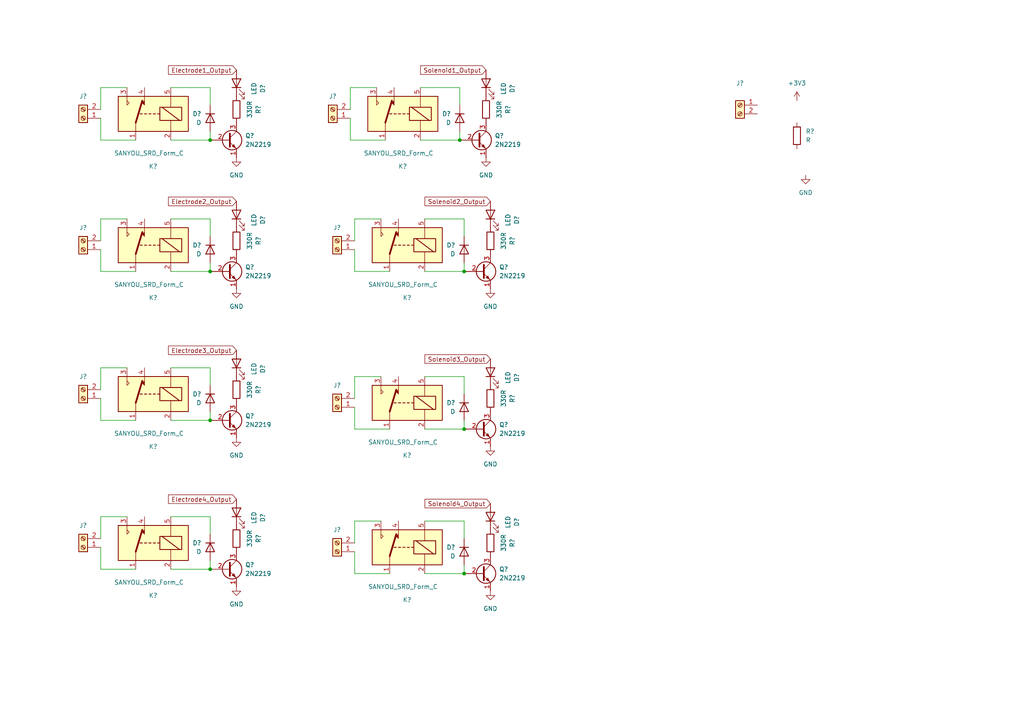
<source format=kicad_sch>
(kicad_sch (version 20211123) (generator eeschema)
  (paper "A4")
  (lib_symbols
    (symbol "Connector:Screw_Terminal_01x02" (pin_names (offset 1.016) hide)
      (property "Reference" "J" (at 0 2.54 0))
      (property "Value" "Screw_Terminal_01x02" (at 0 -5.08 0))
      (symbol "Screw_Terminal_01x02_1_1"
        (rectangle (start -1.27 1.27) (end 1.27 -3.81) (stroke (width 0.254)) (fill (type background)))
        (circle (center 0 -2.54) (radius 0.635) (stroke (width 0.1524)))
        (polyline (pts (xy -0.5334 -2.2098) (xy 0.3302 -3.048)) (stroke (width 0.1524)))
        (polyline (pts (xy -0.5334 0.3302) (xy 0.3302 -0.508)) (stroke (width 0.1524)))
        (polyline (pts (xy -0.3556 -2.032) (xy 0.508 -2.8702)) (stroke (width 0.1524)))
        (polyline (pts (xy -0.3556 0.508) (xy 0.508 -0.3302)) (stroke (width 0.1524)))
        (circle (center 0 0) (radius 0.635) (stroke (width 0.1524)))
        (pin passive line (at -5.08 0 0) (length 3.81) (name "Pin_1") (number "1"))
        (pin passive line (at -5.08 -2.54 0) (length 3.81) (name "Pin_2") (number "2"))
      )
    )
    (symbol "Device:D" (pin_numbers hide) (pin_names (offset 1.016) hide)
      (property "Reference" "D" (at 0 2.54 0))
      (property "Value" "D" (at 0 -2.54 0))
      (symbol "D_0_1"
        (polyline (pts (xy -1.27 1.27) (xy -1.27 -1.27)) (stroke (width 0.254)))
        (polyline (pts (xy 1.27 0) (xy -1.27 0)))
        (polyline (pts (xy 1.27 1.27) (xy 1.27 -1.27) (xy -1.27 0) (xy 1.27 1.27)) (stroke (width 0.254)))
      )
      (symbol "D_1_1"
        (pin passive line (at -3.81 0 0) (length 2.54) (name "K") (number "1"))
        (pin passive line (at 3.81 0 180) (length 2.54) (name "A") (number "2"))
      )
    )
    (symbol "Device:LED" (pin_numbers hide) (pin_names (offset 1.016) hide)
      (property "Reference" "D" (at 0 2.54 0))
      (property "Value" "LED" (at 0 -2.54 0))
      (symbol "LED_0_1"
        (polyline (pts (xy -1.27 -1.27) (xy -1.27 1.27)) (stroke (width 0.254)))
        (polyline (pts (xy -1.27 0) (xy 1.27 0)))
        (polyline (pts (xy 1.27 -1.27) (xy 1.27 1.27) (xy -1.27 0) (xy 1.27 -1.27)) (stroke (width 0.254)))
        (polyline (pts (xy -3.048 -0.762) (xy -4.572 -2.286) (xy -3.81 -2.286) (xy -4.572 -2.286) (xy -4.572 -1.524)))
        (polyline (pts (xy -1.778 -0.762) (xy -3.302 -2.286) (xy -2.54 -2.286) (xy -3.302 -2.286) (xy -3.302 -1.524)))
      )
      (symbol "LED_1_1"
        (pin passive line (at -3.81 0 0) (length 2.54) (name "K") (number "1"))
        (pin passive line (at 3.81 0 180) (length 2.54) (name "A") (number "2"))
      )
    )
    (symbol "Device:R" (pin_numbers hide) (pin_names (offset 0))
      (property "Reference" "R" (at 2.032 0 90))
      (property "Value" "R" (at 0 0 90))
      (symbol "R_0_1"
        (rectangle (start -1.016 -2.54) (end 1.016 2.54) (stroke (width 0.254)))
      )
      (symbol "R_1_1"
        (pin passive line (at 0 3.81 270) (length 1.27) (name "~") (number "1"))
        (pin passive line (at 0 -3.81 90) (length 1.27) (name "~") (number "2"))
      )
    )
    (symbol "Relay:SANYOU_SRD_Form_C"
      (property "Reference" "K" (at 11.43 3.81 0))
      (property "Value" "SANYOU_SRD_Form_C" (at 11.43 1.27 0))
      (symbol "SANYOU_SRD_Form_C_0_0"
        (polyline (pts (xy 7.62 5.08) (xy 7.62 2.54) (xy 6.985 3.175) (xy 7.62 3.81)))
      )
      (symbol "SANYOU_SRD_Form_C_0_1"
        (rectangle (start -10.16 5.08) (end 10.16 -5.08) (stroke (width 0.254)) (fill (type background)))
        (rectangle (start -8.255 1.905) (end -1.905 -1.905) (stroke (width 0.254)))
        (polyline (pts (xy -7.62 -1.905) (xy -2.54 1.905)) (stroke (width 0.254)))
        (polyline (pts (xy -5.08 -5.08) (xy -5.08 -1.905)))
        (polyline (pts (xy -5.08 5.08) (xy -5.08 1.905)))
        (polyline (pts (xy -1.905 0) (xy -1.27 0)) (stroke (width 0.254)))
        (polyline (pts (xy -0.635 0) (xy 0 0)) (stroke (width 0.254)))
        (polyline (pts (xy 0.635 0) (xy 1.27 0)) (stroke (width 0.254)))
        (polyline (pts (xy 1.905 0) (xy 2.54 0)) (stroke (width 0.254)))
        (polyline (pts (xy 3.175 0) (xy 3.81 0)) (stroke (width 0.254)))
        (polyline (pts (xy 5.08 -2.54) (xy 3.175 3.81)) (stroke (width 0.508)))
        (polyline (pts (xy 5.08 -2.54) (xy 5.08 -5.08)))
      )
      (symbol "SANYOU_SRD_Form_C_1_1"
        (polyline (pts (xy 2.54 3.81) (xy 3.175 3.175) (xy 2.54 2.54) (xy 2.54 5.08)) (fill (type outline)))
        (pin passive line (at 5.08 -7.62 90) (length 2.54) (name "~") (number "1"))
        (pin passive line (at -5.08 -7.62 90) (length 2.54) (name "~") (number "2"))
        (pin passive line (at 7.62 7.62 270) (length 2.54) (name "~") (number "3"))
        (pin passive line (at 2.54 7.62 270) (length 2.54) (name "~") (number "4"))
        (pin passive line (at -5.08 7.62 270) (length 2.54) (name "~") (number "5"))
      )
    )
    (symbol "Transistor_BJT:2N2219" (pin_names (offset 0) hide)
      (property "Reference" "Q" (at 5.08 1.905 0))
      (property "Value" "2N2219" (at 5.08 0 0))
      (symbol "2N2219_0_1"
        (polyline (pts (xy 0.635 0.635) (xy 2.54 2.54)))
        (polyline (pts (xy 0.635 -0.635) (xy 2.54 -2.54) (xy 2.54 -2.54)))
        (polyline (pts (xy 0.635 1.905) (xy 0.635 -1.905) (xy 0.635 -1.905)) (stroke (width 0.508)))
        (polyline (pts (xy 1.27 -1.778) (xy 1.778 -1.27) (xy 2.286 -2.286) (xy 1.27 -1.778) (xy 1.27 -1.778)) (fill (type outline)))
        (circle (center 1.27 0) (radius 2.8194) (stroke (width 0.254)))
      )
      (symbol "2N2219_1_1"
        (pin passive line (at 2.54 -5.08 90) (length 2.54) (name "E") (number "1"))
        (pin passive line (at -5.08 0 0) (length 5.715) (name "B") (number "2"))
        (pin passive line (at 2.54 5.08 270) (length 2.54) (name "C") (number "3"))
      )
    )
    (symbol "power:+3.3V" (power) (pin_names (offset 0))
      (property "Value" "+3.3V" (at 0 3.556 0))
      (symbol "+3.3V_0_1"
        (polyline (pts (xy -0.762 1.27) (xy 0 2.54)))
        (polyline (pts (xy 0 0) (xy 0 2.54)))
        (polyline (pts (xy 0 2.54) (xy 0.762 1.27)))
      )
      (symbol "+3.3V_1_1"
        (pin power_in line (at 0 0 90) (length 0) hide (name "+3V3") (number "1"))
      )
    )
    (symbol "power:GND" (power) (pin_names (offset 0))
      (property "Value" "GND" (at 0 -3.81 0))
      (symbol "GND_0_1"
        (polyline (pts (xy 0 0) (xy 0 -1.27) (xy 1.27 -1.27) (xy 0 -2.54) (xy -1.27 -1.27) (xy 0 -1.27)))
      )
      (symbol "GND_1_1"
        (pin power_in line (at 0 0 270) (length 0) hide (name "GND") (number "1"))
      )
    )
  )
  (junction (at 134.62 124.46))
  (junction (at 60.96 165.1))
  (junction (at 133.35 40.64))
  (junction (at 134.62 78.74))
  (junction (at 60.96 78.74))
  (junction (at 60.96 40.64))
  (junction (at 134.62 166.37))
  (junction (at 60.96 121.92))
  (wire (pts (xy 102.87 166.37) (xy 102.87 160.02)))
  (wire (pts (xy 102.87 78.74) (xy 102.87 72.39)))
  (wire (pts (xy 133.35 40.64) (xy 133.35 38.1)))
  (wire (pts (xy 102.87 115.57) (xy 102.87 109.22)))
  (wire (pts (xy 102.87 151.13) (xy 110.49 151.13)))
  (wire (pts (xy 60.96 165.1) (xy 60.96 162.56)))
  (wire (pts (xy 49.53 63.5) (xy 60.96 63.5)))
  (wire (pts (xy 29.21 165.1) (xy 29.21 158.75)))
  (wire (pts (xy 123.19 166.37) (xy 134.62 166.37)))
  (wire (pts (xy 49.53 40.64) (xy 60.96 40.64)))
  (wire (pts (xy 49.53 78.74) (xy 60.96 78.74)))
  (wire (pts (xy 60.96 78.74) (xy 60.96 76.2)))
  (wire (pts (xy 49.53 149.86) (xy 60.96 149.86)))
  (wire (pts (xy 134.62 78.74) (xy 134.62 76.2)))
  (wire (pts (xy 101.6 31.75) (xy 101.6 25.4)))
  (wire (pts (xy 39.37 165.1) (xy 29.21 165.1)))
  (wire (pts (xy 113.03 124.46) (xy 102.87 124.46)))
  (wire (pts (xy 60.96 63.5) (xy 60.96 68.58)))
  (wire (pts (xy 39.37 78.74) (xy 29.21 78.74)))
  (wire (pts (xy 123.19 63.5) (xy 134.62 63.5)))
  (wire (pts (xy 29.21 106.68) (xy 36.83 106.68)))
  (wire (pts (xy 134.62 151.13) (xy 134.62 156.21)))
  (wire (pts (xy 29.21 25.4) (xy 36.83 25.4)))
  (wire (pts (xy 111.76 40.64) (xy 101.6 40.64)))
  (wire (pts (xy 123.19 78.74) (xy 134.62 78.74)))
  (wire (pts (xy 102.87 69.85) (xy 102.87 63.5)))
  (wire (pts (xy 29.21 113.03) (xy 29.21 106.68)))
  (wire (pts (xy 49.53 165.1) (xy 60.96 165.1)))
  (wire (pts (xy 49.53 25.4) (xy 60.96 25.4)))
  (wire (pts (xy 29.21 69.85) (xy 29.21 63.5)))
  (wire (pts (xy 39.37 40.64) (xy 29.21 40.64)))
  (wire (pts (xy 60.96 121.92) (xy 60.96 119.38)))
  (wire (pts (xy 29.21 78.74) (xy 29.21 72.39)))
  (wire (pts (xy 60.96 40.64) (xy 60.96 38.1)))
  (wire (pts (xy 123.19 109.22) (xy 134.62 109.22)))
  (wire (pts (xy 101.6 25.4) (xy 109.22 25.4)))
  (wire (pts (xy 113.03 78.74) (xy 102.87 78.74)))
  (wire (pts (xy 102.87 157.48) (xy 102.87 151.13)))
  (wire (pts (xy 39.37 121.92) (xy 29.21 121.92)))
  (wire (pts (xy 121.92 40.64) (xy 133.35 40.64)))
  (wire (pts (xy 29.21 40.64) (xy 29.21 34.29)))
  (wire (pts (xy 102.87 63.5) (xy 110.49 63.5)))
  (wire (pts (xy 60.96 25.4) (xy 60.96 30.48)))
  (wire (pts (xy 29.21 149.86) (xy 36.83 149.86)))
  (wire (pts (xy 121.92 25.4) (xy 133.35 25.4)))
  (wire (pts (xy 102.87 124.46) (xy 102.87 118.11)))
  (wire (pts (xy 49.53 106.68) (xy 60.96 106.68)))
  (wire (pts (xy 29.21 31.75) (xy 29.21 25.4)))
  (wire (pts (xy 101.6 40.64) (xy 101.6 34.29)))
  (wire (pts (xy 29.21 156.21) (xy 29.21 149.86)))
  (wire (pts (xy 134.62 124.46) (xy 134.62 121.92)))
  (wire (pts (xy 134.62 63.5) (xy 134.62 68.58)))
  (wire (pts (xy 102.87 109.22) (xy 110.49 109.22)))
  (wire (pts (xy 60.96 149.86) (xy 60.96 154.94)))
  (wire (pts (xy 49.53 121.92) (xy 60.96 121.92)))
  (wire (pts (xy 134.62 166.37) (xy 134.62 163.83)))
  (wire (pts (xy 123.19 124.46) (xy 134.62 124.46)))
  (wire (pts (xy 134.62 109.22) (xy 134.62 114.3)))
  (wire (pts (xy 113.03 166.37) (xy 102.87 166.37)))
  (wire (pts (xy 133.35 25.4) (xy 133.35 30.48)))
  (wire (pts (xy 29.21 121.92) (xy 29.21 115.57)))
  (wire (pts (xy 60.96 106.68) (xy 60.96 111.76)))
  (wire (pts (xy 29.21 63.5) (xy 36.83 63.5)))
  (wire (pts (xy 123.19 151.13) (xy 134.62 151.13)))
  (global_label "Solenoid4_Output" (shape input) (at 142.24 146.05 180) (property "Intersheet References" "${INTERSHEET_REFS}" (effects hide)))
  (global_label "Solenoid1_Output" (shape input) (at 140.97 20.32 180) (property "Intersheet References" "${INTERSHEET_REFS}" (effects hide)))
  (global_label "Electrode2_Output" (shape input) (at 68.58 58.42 180) (property "Intersheet References" "${INTERSHEET_REFS}" (effects hide)))
  (global_label "Solenoid2_Output" (shape input) (at 142.24 58.42 180) (property "Intersheet References" "${INTERSHEET_REFS}" (effects hide)))
  (global_label "Electrode4_Output" (shape input) (at 68.58 144.78 180) (property "Intersheet References" "${INTERSHEET_REFS}" (effects hide)))
  (global_label "Electrode3_Output" (shape input) (at 68.58 101.6 180) (property "Intersheet References" "${INTERSHEET_REFS}" (effects hide)))
  (global_label "Electrode1_Output" (shape input) (at 68.58 20.32 180) (property "Intersheet References" "${INTERSHEET_REFS}" (effects hide)))
  (global_label "Solenoid3_Output" (shape input) (at 142.24 104.14 180) (property "Intersheet References" "${INTERSHEET_REFS}" (effects hide)))
  (symbol (lib_id "Relay:SANYOU_SRD_Form_C") (at 44.45 157.48 0) (mirror y) (unit 1)
    (property "Reference" "K?" (at 45.72 172.72 0) (effects (justify left)))
    (property "Value" "SANYOU_SRD_Form_C" (at 53.34 168.91 0) (effects (justify left)))
    (property "Footprint" "Relay_THT:Relay_SPDT_SANYOU_SRD_Series_Form_C" (effects hide))
    (property "Datasheet" "http://www.sanyourelay.ca/public/products/pdf/SRD.pdf" (effects hide))
  )
  (symbol (lib_id "Transistor_BJT:2N2219") (at 66.04 78.74 0) (unit 1)
    (property "Reference" "Q?" (at 71.12 77.4699 0) (effects (justify left)))
    (property "Value" "2N2219" (at 71.12 80.0099 0) (effects (justify left)))
    (property "Footprint" "Package_TO_SOT_THT:TO-39-3" (effects hide))
    (property "Datasheet" "http://www.onsemi.com/pub_link/Collateral/2N2219-D.PDF" (effects hide))
  )
  (symbol (lib_id "Device:D") (at 133.35 34.29 90) (mirror x) (unit 1)
    (property "Reference" "D?" (at 130.81 33.0199 90) (effects (justify left)))
    (property "Value" "D" (at 130.81 35.5599 90) (effects (justify left)))
  )
  (symbol (lib_id "Device:R") (at 142.24 115.57 0) (unit 1)
    (property "Reference" "R?" (at 148.59 115.57 90))
    (property "Value" "330R" (at 146.05 115.57 90))
  )
  (symbol (lib_id "Transistor_BJT:2N2219") (at 139.7 78.74 0) (unit 1)
    (property "Reference" "Q?" (at 144.78 77.4699 0) (effects (justify left)))
    (property "Value" "2N2219" (at 144.78 80.0099 0) (effects (justify left)))
    (property "Footprint" "Package_TO_SOT_THT:TO-39-3" (effects hide))
    (property "Datasheet" "http://www.onsemi.com/pub_link/Collateral/2N2219-D.PDF" (effects hide))
  )
  (symbol (lib_id "power:+3.3V") (at 231.14 29.21 0) (unit 1)
    (property "Reference" "#PWR?" (effects hide))
    (property "Value" "+3.3V" (at 231.14 24.13 0))
  )
  (symbol (lib_id "Device:R") (at 68.58 31.75 0) (unit 1)
    (property "Reference" "R?" (at 74.93 31.75 90))
    (property "Value" "330R" (at 72.39 31.75 90))
  )
  (symbol (lib_id "Connector:Screw_Terminal_01x02") (at 97.79 72.39 180) (unit 1)
    (property "Reference" "J?" (at 97.79 66.04 0))
    (property "Value" "Screw_Terminal_01x02" (effects hide))
  )
  (symbol (lib_id "Connector:Screw_Terminal_01x02") (at 214.63 30.48 0) (mirror y) (unit 1)
    (property "Reference" "J?" (at 214.63 24.13 0))
    (property "Value" "Screw_Terminal_01x02" (effects hide))
  )
  (symbol (lib_id "Device:LED") (at 142.24 107.95 90) (unit 1)
    (property "Reference" "D?" (at 149.86 109.5375 0))
    (property "Value" "LED" (at 147.32 109.5375 0))
  )
  (symbol (lib_id "Device:D") (at 60.96 34.29 90) (mirror x) (unit 1)
    (property "Reference" "D?" (at 58.42 33.0199 90) (effects (justify left)))
    (property "Value" "D" (at 58.42 35.5599 90) (effects (justify left)))
  )
  (symbol (lib_id "Device:LED") (at 142.24 62.23 90) (unit 1)
    (property "Reference" "D?" (at 149.86 63.8175 0))
    (property "Value" "LED" (at 147.32 63.8175 0))
  )
  (symbol (lib_id "Connector:Screw_Terminal_01x02") (at 24.13 158.75 180) (unit 1)
    (property "Reference" "J?" (at 24.13 152.4 0))
    (property "Value" "Screw_Terminal_01x02" (effects hide))
  )
  (symbol (lib_id "power:GND") (at 142.24 83.82 0) (unit 1)
    (property "Reference" "#PWR?" (effects hide))
    (property "Value" "GND" (at 142.24 88.9 0))
  )
  (symbol (lib_id "Relay:SANYOU_SRD_Form_C") (at 118.11 71.12 0) (mirror y) (unit 1)
    (property "Reference" "K?" (at 119.38 86.36 0) (effects (justify left)))
    (property "Value" "SANYOU_SRD_Form_C" (at 127 82.55 0) (effects (justify left)))
    (property "Footprint" "Relay_THT:Relay_SPDT_SANYOU_SRD_Series_Form_C" (effects hide))
    (property "Datasheet" "http://www.sanyourelay.ca/public/products/pdf/SRD.pdf" (effects hide))
  )
  (symbol (lib_id "power:GND") (at 68.58 127 0) (unit 1)
    (property "Reference" "#PWR?" (effects hide))
    (property "Value" "GND" (at 68.58 132.08 0))
  )
  (symbol (lib_id "power:GND") (at 233.68 50.8 0) (unit 1)
    (property "Reference" "#PWR?" (effects hide))
    (property "Value" "GND" (at 233.68 55.88 0))
  )
  (symbol (lib_id "Device:D") (at 134.62 72.39 90) (mirror x) (unit 1)
    (property "Reference" "D?" (at 132.08 71.1199 90) (effects (justify left)))
    (property "Value" "D" (at 132.08 73.6599 90) (effects (justify left)))
  )
  (symbol (lib_id "Device:R") (at 68.58 113.03 0) (unit 1)
    (property "Reference" "R?" (at 74.93 113.03 90))
    (property "Value" "330R" (at 72.39 113.03 90))
  )
  (symbol (lib_id "Device:D") (at 134.62 160.02 90) (mirror x) (unit 1)
    (property "Reference" "D?" (at 132.08 158.7499 90) (effects (justify left)))
    (property "Value" "D" (at 132.08 161.2899 90) (effects (justify left)))
  )
  (symbol (lib_id "Device:R") (at 140.97 31.75 0) (unit 1)
    (property "Reference" "R?" (at 147.32 31.75 90))
    (property "Value" "330R" (at 144.78 31.75 90))
  )
  (symbol (lib_id "Device:R") (at 142.24 69.85 0) (unit 1)
    (property "Reference" "R?" (at 148.59 69.85 90))
    (property "Value" "330R" (at 146.05 69.85 90))
  )
  (symbol (lib_id "Device:LED") (at 68.58 62.23 90) (unit 1)
    (property "Reference" "D?" (at 76.2 63.8175 0))
    (property "Value" "LED" (at 73.66 63.8175 0))
  )
  (symbol (lib_id "Device:LED") (at 142.24 149.86 90) (unit 1)
    (property "Reference" "D?" (at 149.86 151.4475 0))
    (property "Value" "LED" (at 147.32 151.4475 0))
  )
  (symbol (lib_id "Connector:Screw_Terminal_01x02") (at 24.13 72.39 180) (unit 1)
    (property "Reference" "J?" (at 24.13 66.04 0))
    (property "Value" "Screw_Terminal_01x02" (effects hide))
  )
  (symbol (lib_id "power:GND") (at 68.58 83.82 0) (unit 1)
    (property "Reference" "#PWR?" (effects hide))
    (property "Value" "GND" (at 68.58 88.9 0))
  )
  (symbol (lib_id "Relay:SANYOU_SRD_Form_C") (at 44.45 114.3 0) (mirror y) (unit 1)
    (property "Reference" "K?" (at 45.72 129.54 0) (effects (justify left)))
    (property "Value" "SANYOU_SRD_Form_C" (at 53.34 125.73 0) (effects (justify left)))
    (property "Footprint" "Relay_THT:Relay_SPDT_SANYOU_SRD_Series_Form_C" (effects hide))
    (property "Datasheet" "http://www.sanyourelay.ca/public/products/pdf/SRD.pdf" (effects hide))
  )
  (symbol (lib_id "Device:D") (at 60.96 158.75 90) (mirror x) (unit 1)
    (property "Reference" "D?" (at 58.42 157.4799 90) (effects (justify left)))
    (property "Value" "D" (at 58.42 160.0199 90) (effects (justify left)))
  )
  (symbol (lib_id "power:GND") (at 68.58 170.18 0) (unit 1)
    (property "Reference" "#PWR?" (effects hide))
    (property "Value" "GND" (at 68.58 175.26 0))
  )
  (symbol (lib_id "Relay:SANYOU_SRD_Form_C") (at 44.45 71.12 0) (mirror y) (unit 1)
    (property "Reference" "K?" (at 45.72 86.36 0) (effects (justify left)))
    (property "Value" "SANYOU_SRD_Form_C" (at 53.34 82.55 0) (effects (justify left)))
    (property "Footprint" "Relay_THT:Relay_SPDT_SANYOU_SRD_Series_Form_C" (effects hide))
    (property "Datasheet" "http://www.sanyourelay.ca/public/products/pdf/SRD.pdf" (effects hide))
  )
  (symbol (lib_id "Device:R") (at 231.14 39.37 0) (unit 1)
    (property "Reference" "R?" (at 233.68 38.0999 0) (effects (justify left)))
    (property "Value" "R" (at 233.68 40.6399 0) (effects (justify left)))
  )
  (symbol (lib_id "power:GND") (at 142.24 129.54 0) (unit 1)
    (property "Reference" "#PWR?" (effects hide))
    (property "Value" "GND" (at 142.24 134.62 0))
  )
  (symbol (lib_id "Relay:SANYOU_SRD_Form_C") (at 116.84 33.02 0) (mirror y) (unit 1)
    (property "Reference" "K?" (at 118.11 48.26 0) (effects (justify left)))
    (property "Value" "SANYOU_SRD_Form_C" (at 125.73 44.45 0) (effects (justify left)))
    (property "Footprint" "Relay_THT:Relay_SPDT_SANYOU_SRD_Series_Form_C" (effects hide))
    (property "Datasheet" "http://www.sanyourelay.ca/public/products/pdf/SRD.pdf" (effects hide))
  )
  (symbol (lib_id "Transistor_BJT:2N2219") (at 139.7 166.37 0) (unit 1)
    (property "Reference" "Q?" (at 144.78 165.0999 0) (effects (justify left)))
    (property "Value" "2N2219" (at 144.78 167.6399 0) (effects (justify left)))
    (property "Footprint" "Package_TO_SOT_THT:TO-39-3" (effects hide))
    (property "Datasheet" "http://www.onsemi.com/pub_link/Collateral/2N2219-D.PDF" (effects hide))
  )
  (symbol (lib_id "Connector:Screw_Terminal_01x02") (at 24.13 115.57 180) (unit 1)
    (property "Reference" "J?" (at 24.13 109.22 0))
    (property "Value" "Screw_Terminal_01x02" (effects hide))
  )
  (symbol (lib_id "Connector:Screw_Terminal_01x02") (at 96.52 34.29 180) (unit 1)
    (property "Reference" "J?" (at 96.52 27.94 0))
    (property "Value" "Screw_Terminal_01x02" (effects hide))
  )
  (symbol (lib_id "Relay:SANYOU_SRD_Form_C") (at 118.11 116.84 0) (mirror y) (unit 1)
    (property "Reference" "K?" (at 119.38 132.08 0) (effects (justify left)))
    (property "Value" "SANYOU_SRD_Form_C" (at 127 128.27 0) (effects (justify left)))
    (property "Footprint" "Relay_THT:Relay_SPDT_SANYOU_SRD_Series_Form_C" (effects hide))
    (property "Datasheet" "http://www.sanyourelay.ca/public/products/pdf/SRD.pdf" (effects hide))
  )
  (symbol (lib_id "Device:LED") (at 68.58 105.41 90) (unit 1)
    (property "Reference" "D?" (at 76.2 106.9975 0))
    (property "Value" "LED" (at 73.66 106.9975 0))
  )
  (symbol (lib_id "power:GND") (at 142.24 171.45 0) (unit 1)
    (property "Reference" "#PWR?" (effects hide))
    (property "Value" "GND" (at 142.24 176.53 0))
  )
  (symbol (lib_id "Connector:Screw_Terminal_01x02") (at 24.13 34.29 180) (unit 1)
    (property "Reference" "J?" (at 24.13 27.94 0))
    (property "Value" "Screw_Terminal_01x02" (effects hide))
  )
  (symbol (lib_id "Device:D") (at 60.96 72.39 90) (mirror x) (unit 1)
    (property "Reference" "D?" (at 58.42 71.1199 90) (effects (justify left)))
    (property "Value" "D" (at 58.42 73.6599 90) (effects (justify left)))
  )
  (symbol (lib_id "Relay:SANYOU_SRD_Form_C") (at 44.45 33.02 0) (mirror y) (unit 1)
    (property "Reference" "K?" (at 45.72 48.26 0) (effects (justify left)))
    (property "Value" "SANYOU_SRD_Form_C" (at 53.34 44.45 0) (effects (justify left)))
    (property "Footprint" "Relay_THT:Relay_SPDT_SANYOU_SRD_Series_Form_C" (effects hide))
    (property "Datasheet" "http://www.sanyourelay.ca/public/products/pdf/SRD.pdf" (effects hide))
  )
  (symbol (lib_id "power:GND") (at 140.97 45.72 0) (unit 1)
    (property "Reference" "#PWR?" (effects hide))
    (property "Value" "GND" (at 140.97 50.8 0))
  )
  (symbol (lib_id "Device:LED") (at 68.58 148.59 90) (unit 1)
    (property "Reference" "D?" (at 76.2 150.1775 0))
    (property "Value" "LED" (at 73.66 150.1775 0))
  )
  (symbol (lib_id "Connector:Screw_Terminal_01x02") (at 97.79 118.11 180) (unit 1)
    (property "Reference" "J?" (at 97.79 111.76 0))
    (property "Value" "Screw_Terminal_01x02" (effects hide))
  )
  (symbol (lib_id "Transistor_BJT:2N2219") (at 66.04 165.1 0) (unit 1)
    (property "Reference" "Q?" (at 71.12 163.8299 0) (effects (justify left)))
    (property "Value" "2N2219" (at 71.12 166.3699 0) (effects (justify left)))
    (property "Footprint" "Package_TO_SOT_THT:TO-39-3" (effects hide))
    (property "Datasheet" "http://www.onsemi.com/pub_link/Collateral/2N2219-D.PDF" (effects hide))
  )
  (symbol (lib_id "Transistor_BJT:2N2219") (at 138.43 40.64 0) (unit 1)
    (property "Reference" "Q?" (at 143.51 39.3699 0) (effects (justify left)))
    (property "Value" "2N2219" (at 143.51 41.9099 0) (effects (justify left)))
    (property "Footprint" "Package_TO_SOT_THT:TO-39-3" (effects hide))
    (property "Datasheet" "http://www.onsemi.com/pub_link/Collateral/2N2219-D.PDF" (effects hide))
  )
  (symbol (lib_id "Transistor_BJT:2N2219") (at 66.04 121.92 0) (unit 1)
    (property "Reference" "Q?" (at 71.12 120.6499 0) (effects (justify left)))
    (property "Value" "2N2219" (at 71.12 123.1899 0) (effects (justify left)))
    (property "Footprint" "Package_TO_SOT_THT:TO-39-3" (effects hide))
    (property "Datasheet" "http://www.onsemi.com/pub_link/Collateral/2N2219-D.PDF" (effects hide))
  )
  (symbol (lib_id "Device:LED") (at 68.58 24.13 90) (unit 1)
    (property "Reference" "D?" (at 76.2 25.7175 0))
    (property "Value" "LED" (at 73.66 25.7175 0))
  )
  (symbol (lib_id "Connector:Screw_Terminal_01x02") (at 97.79 160.02 180) (unit 1)
    (property "Reference" "J?" (at 97.79 153.67 0))
    (property "Value" "Screw_Terminal_01x02" (effects hide))
  )
  (symbol (lib_id "Device:R") (at 68.58 69.85 0) (unit 1)
    (property "Reference" "R?" (at 74.93 69.85 90))
    (property "Value" "330R" (at 72.39 69.85 90))
  )
  (symbol (lib_id "Transistor_BJT:2N2219") (at 139.7 124.46 0) (unit 1)
    (property "Reference" "Q?" (at 144.78 123.1899 0) (effects (justify left)))
    (property "Value" "2N2219" (at 144.78 125.7299 0) (effects (justify left)))
    (property "Footprint" "Package_TO_SOT_THT:TO-39-3" (effects hide))
    (property "Datasheet" "http://www.onsemi.com/pub_link/Collateral/2N2219-D.PDF" (effects hide))
  )
  (symbol (lib_id "Device:R") (at 142.24 157.48 0) (unit 1)
    (property "Reference" "R?" (at 148.59 157.48 90))
    (property "Value" "330R" (at 146.05 157.48 90))
  )
  (symbol (lib_id "Device:LED") (at 140.97 24.13 90) (unit 1)
    (property "Reference" "D?" (at 148.59 25.7175 0))
    (property "Value" "LED" (at 146.05 25.7175 0))
  )
  (symbol (lib_id "Relay:SANYOU_SRD_Form_C") (at 118.11 158.75 0) (mirror y) (unit 1)
    (property "Reference" "K?" (at 119.38 173.99 0) (effects (justify left)))
    (property "Value" "SANYOU_SRD_Form_C" (at 127 170.18 0) (effects (justify left)))
    (property "Footprint" "Relay_THT:Relay_SPDT_SANYOU_SRD_Series_Form_C" (effects hide))
    (property "Datasheet" "http://www.sanyourelay.ca/public/products/pdf/SRD.pdf" (effects hide))
  )
  (symbol (lib_id "Device:D") (at 60.96 115.57 90) (mirror x) (unit 1)
    (property "Reference" "D?" (at 58.42 114.2999 90) (effects (justify left)))
    (property "Value" "D" (at 58.42 116.8399 90) (effects (justify left)))
  )
  (symbol (lib_id "power:GND") (at 68.58 45.72 0) (unit 1)
    (property "Reference" "#PWR?" (effects hide))
    (property "Value" "GND" (at 68.58 50.8 0))
  )
  (symbol (lib_id "Device:R") (at 68.58 156.21 0) (unit 1)
    (property "Reference" "R?" (at 74.93 156.21 90))
    (property "Value" "330R" (at 72.39 156.21 90))
  )
  (symbol (lib_id "Device:D") (at 134.62 118.11 90) (mirror x) (unit 1)
    (property "Reference" "D?" (at 132.08 116.8399 90) (effects (justify left)))
    (property "Value" "D" (at 132.08 119.3799 90) (effects (justify left)))
  )
  (symbol (lib_id "Transistor_BJT:2N2219") (at 66.04 40.64 0) (unit 1)
    (property "Reference" "Q?" (at 71.12 39.3699 0) (effects (justify left)))
    (property "Value" "2N2219" (at 71.12 41.9099 0) (effects (justify left)))
    (property "Footprint" "Package_TO_SOT_THT:TO-39-3" (effects hide))
    (property "Datasheet" "http://www.onsemi.com/pub_link/Collateral/2N2219-D.PDF" (effects hide))
  )
)
</source>
